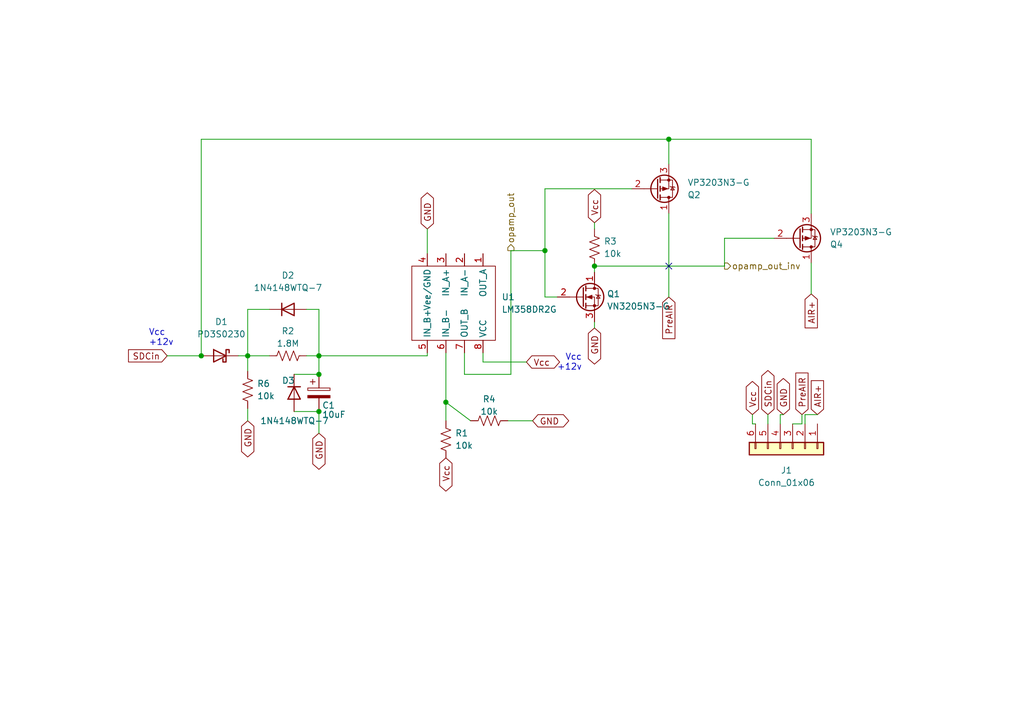
<source format=kicad_sch>
(kicad_sch (version 20231120) (generator "eeschema") (generator_version "8.0")
  (paper "A5")
  (lib_symbols
    (symbol "Amplifier_Operational:LM358_whole_unit"
      (property "Reference" "U" (at 0 0 0))
      (symbol "LM358_whole_unit_0_1"
        (rectangle (start -1.905 18.415) (end 13.335 1.27))
      )
      (symbol "LM358_whole_unit_1_1"
        (pin output line (at -4.445 15.875 0) (length 2.54) (name "OUT_A") (number "1"))
        (pin power_in line (at -4.445 12.065 0) (length 2.54) (name "IN_A-") (number "2"))
        (pin power_in line (at -4.445 8.255 0) (length 2.54) (name "IN_A+") (number "3"))
        (pin bidirectional line (at -4.445 4.445 0) (length 2.54) (name "Vee/GND") (number "4"))
        (pin power_in line (at 15.875 4.445 180) (length 2.54) (name "IN_B+") (number "5"))
        (pin power_in line (at 15.875 8.255 180) (length 2.54) (name "IN_B-") (number "6"))
        (pin output line (at 15.875 12.065 180) (length 2.54) (name "OUT_B") (number "7"))
        (pin power_in line (at 15.875 15.875 180) (length 2.54) (name "VCC") (number "8"))
      )
    )
    (symbol "Connector_Generic:Conn_01x06" (pin_names (offset 1.016) hide)
      (property "Reference" "J" (at 0 7.62 0))
      (property "Value" "Conn_01x06" (at 0 -10.16 0))
      (symbol "Conn_01x06_1_1"
        (rectangle (start -1.27 -7.493) (end 0 -7.747) (stroke (width 0.1524)))
        (rectangle (start -1.27 -4.953) (end 0 -5.207) (stroke (width 0.1524)))
        (rectangle (start -1.27 -2.413) (end 0 -2.667) (stroke (width 0.1524)))
        (rectangle (start -1.27 0.127) (end 0 -0.127) (stroke (width 0.1524)))
        (rectangle (start -1.27 2.667) (end 0 2.413) (stroke (width 0.1524)))
        (rectangle (start -1.27 5.207) (end 0 4.953) (stroke (width 0.1524)))
        (rectangle (start -1.27 6.35) (end 1.27 -8.89) (stroke (width 0.254)) (fill (type background)))
        (pin passive line (at -5.08 5.08 0) (length 3.81) (name "Pin_1") (number "1"))
        (pin passive line (at -5.08 2.54 0) (length 3.81) (name "Pin_2") (number "2"))
        (pin passive line (at -5.08 0 0) (length 3.81) (name "Pin_3") (number "3"))
        (pin passive line (at -5.08 -2.54 0) (length 3.81) (name "Pin_4") (number "4"))
        (pin passive line (at -5.08 -5.08 0) (length 3.81) (name "Pin_5") (number "5"))
        (pin passive line (at -5.08 -7.62 0) (length 3.81) (name "Pin_6") (number "6"))
      )
    )
    (symbol "Device:C_Polarized" (pin_numbers hide) (pin_names (offset 0.254))
      (property "Reference" "C" (at 0.635 2.54 0))
      (property "Value" "C_Polarized" (at 0.635 -2.54 0))
      (symbol "C_Polarized_0_1"
        (rectangle (start -2.286 0.508) (end 2.286 1.016))
        (polyline (pts (xy -1.778 2.286) (xy -0.762 2.286)))
        (polyline (pts (xy -1.27 2.794) (xy -1.27 1.778)))
        (rectangle (start 2.286 -0.508) (end -2.286 -1.016) (fill (type outline)))
      )
      (symbol "C_Polarized_1_1"
        (pin passive line (at 0 3.81 270) (length 2.794) (name "~") (number "1"))
        (pin passive line (at 0 -3.81 90) (length 2.794) (name "~") (number "2"))
      )
    )
    (symbol "Device:D_Schottky" (pin_numbers hide) (pin_names (offset 1.016) hide)
      (property "Reference" "D" (at 0 2.54 0))
      (property "Value" "D_Schottky" (at 0 -2.54 0))
      (symbol "D_Schottky_0_1"
        (polyline (pts (xy 1.27 0) (xy -1.27 0)))
        (polyline (pts (xy 1.27 1.27) (xy 1.27 -1.27) (xy -1.27 0) (xy 1.27 1.27)) (stroke (width 0.254)))
        (polyline (pts (xy -1.905 0.635) (xy -1.905 1.27) (xy -1.27 1.27) (xy -1.27 -1.27) (xy -0.635 -1.27) (xy -0.635 -0.635)) (stroke (width 0.254)))
      )
      (symbol "D_Schottky_1_1"
        (pin passive line (at -3.81 0 0) (length 2.54) (name "K") (number "1"))
        (pin passive line (at 3.81 0 180) (length 2.54) (name "A") (number "2"))
      )
    )
    (symbol "Device:R_US" (pin_numbers hide) (pin_names (offset 0))
      (property "Reference" "R" (at 2.54 0 90))
      (property "Value" "R_US" (at -2.54 0 90))
      (symbol "R_US_0_1"
        (polyline (pts (xy 0 -2.286) (xy 0 -2.54)))
        (polyline (pts (xy 0 2.286) (xy 0 2.54)))
        (polyline (pts (xy 0 -0.762) (xy 1.016 -1.143) (xy 0 -1.524) (xy -1.016 -1.905) (xy 0 -2.286)))
        (polyline (pts (xy 0 0.762) (xy 1.016 0.381) (xy 0 0) (xy -1.016 -0.381) (xy 0 -0.762)))
        (polyline (pts (xy 0 2.286) (xy 1.016 1.905) (xy 0 1.524) (xy -1.016 1.143) (xy 0 0.762)))
      )
      (symbol "R_US_1_1"
        (pin passive line (at 0 3.81 270) (length 1.27) (name "~") (number "1"))
        (pin passive line (at 0 -3.81 90) (length 1.27) (name "~") (number "2"))
      )
    )
    (symbol "Diode:BAV302" (pin_numbers hide) (pin_names hide)
      (property "Reference" "D" (at 0 2.54 0))
      (property "Value" "BAV302" (at 0 -2.54 0))
      (symbol "BAV302_0_1"
        (polyline (pts (xy -1.27 1.27) (xy -1.27 -1.27)) (stroke (width 0.254)))
        (polyline (pts (xy 1.27 0) (xy -1.27 0)))
        (polyline (pts (xy 1.27 1.27) (xy 1.27 -1.27) (xy -1.27 0) (xy 1.27 1.27)) (stroke (width 0.254)))
      )
      (symbol "BAV302_1_1"
        (pin passive line (at -3.81 0 0) (length 2.54) (name "K") (number "1"))
        (pin passive line (at 3.81 0 180) (length 2.54) (name "A") (number "2"))
      )
    )
    (symbol "Transistor_FET:BS170" (pin_names hide)
      (property "Reference" "Q" (at 5.08 1.905 0))
      (property "Value" "BS170" (at 5.08 0 0))
      (symbol "BS170_0_1"
        (polyline (pts (xy 0.254 0) (xy -2.54 0)))
        (polyline (pts (xy 0.254 1.905) (xy 0.254 -1.905)) (stroke (width 0.254)))
        (polyline (pts (xy 0.762 -1.27) (xy 0.762 -2.286)) (stroke (width 0.254)))
        (polyline (pts (xy 0.762 0.508) (xy 0.762 -0.508)) (stroke (width 0.254)))
        (polyline (pts (xy 0.762 2.286) (xy 0.762 1.27)) (stroke (width 0.254)))
        (polyline (pts (xy 2.54 2.54) (xy 2.54 1.778)))
        (polyline (pts (xy 2.54 -2.54) (xy 2.54 0) (xy 0.762 0)))
        (polyline (pts (xy 0.762 -1.778) (xy 3.302 -1.778) (xy 3.302 1.778) (xy 0.762 1.778)))
        (polyline (pts (xy 1.016 0) (xy 2.032 0.381) (xy 2.032 -0.381) (xy 1.016 0)) (fill (type outline)))
        (polyline (pts (xy 2.794 0.508) (xy 2.921 0.381) (xy 3.683 0.381) (xy 3.81 0.254)))
        (polyline (pts (xy 3.302 0.381) (xy 2.921 -0.254) (xy 3.683 -0.254) (xy 3.302 0.381)))
        (circle (center 1.651 0) (radius 2.794) (stroke (width 0.254)))
        (circle (center 2.54 -1.778) (radius 0.254) (fill (type outline)))
        (circle (center 2.54 1.778) (radius 0.254) (fill (type outline)))
      )
      (symbol "BS170_1_1"
        (pin passive line (at 2.54 5.08 270) (length 2.54) (name "D") (number "1"))
        (pin input line (at -5.08 0 0) (length 2.54) (name "G") (number "2"))
        (pin passive line (at 2.54 -5.08 90) (length 2.54) (name "S") (number "3"))
      )
    )
    (symbol "Transistor_FET:BS250" (pin_names hide)
      (property "Reference" "Q" (at 5.08 1.905 0))
      (property "Value" "BS250" (at 5.08 0 0))
      (symbol "BS250_0_1"
        (polyline (pts (xy 0.254 0) (xy -2.54 0)))
        (polyline (pts (xy 0.254 1.905) (xy 0.254 -1.905)) (stroke (width 0.254)))
        (polyline (pts (xy 0.762 -1.27) (xy 0.762 -2.286)) (stroke (width 0.254)))
        (polyline (pts (xy 0.762 0.508) (xy 0.762 -0.508)) (stroke (width 0.254)))
        (polyline (pts (xy 0.762 2.286) (xy 0.762 1.27)) (stroke (width 0.254)))
        (polyline (pts (xy 2.54 2.54) (xy 2.54 1.778)))
        (polyline (pts (xy 2.54 -2.54) (xy 2.54 0) (xy 0.762 0)))
        (polyline (pts (xy 0.762 1.778) (xy 3.302 1.778) (xy 3.302 -1.778) (xy 0.762 -1.778)))
        (polyline (pts (xy 2.286 0) (xy 1.27 0.381) (xy 1.27 -0.381) (xy 2.286 0)) (fill (type outline)))
        (polyline (pts (xy 2.794 -0.508) (xy 2.921 -0.381) (xy 3.683 -0.381) (xy 3.81 -0.254)))
        (polyline (pts (xy 3.302 -0.381) (xy 2.921 0.254) (xy 3.683 0.254) (xy 3.302 -0.381)))
        (circle (center 1.651 0) (radius 2.794) (stroke (width 0.254)))
        (circle (center 2.54 -1.778) (radius 0.254) (fill (type outline)))
        (circle (center 2.54 1.778) (radius 0.254) (fill (type outline)))
      )
      (symbol "BS250_1_1"
        (pin passive line (at 2.54 5.08 270) (length 2.54) (name "D") (number "1"))
        (pin input line (at -5.08 0 0) (length 2.54) (name "G") (number "2"))
        (pin passive line (at 2.54 -5.08 90) (length 2.54) (name "S") (number "3"))
      )
    )
  )
  (junction (at 65.405 73.025))
  (junction (at 41.275 73.025))
  (junction (at 137.16 28.575))
  (junction (at 91.44 82.55))
  (junction (at 111.76 51.435))
  (junction (at 121.92 54.61))
  (junction (at 65.405 76.835))
  (junction (at 65.405 84.455))
  (junction (at 50.8 73.025))
  (no_connect (at 137.16 54.61))
  (wire (pts (xy 87.63 73.025) (xy 87.63 72.39)))
  (wire (pts (xy 99.06 72.39) (xy 99.06 74.295)))
  (wire (pts (xy 154.305 86.995) (xy 154.94 86.995)))
  (wire (pts (xy 111.76 60.96) (xy 114.3 60.96)))
  (wire (pts (xy 137.16 43.815) (xy 137.16 60.96)))
  (wire (pts (xy 95.25 72.39) (xy 95.25 76.835)))
  (wire (pts (xy 111.76 38.735) (xy 129.54 38.735)))
  (wire (pts (xy 148.59 48.895) (xy 158.75 48.895)))
  (wire (pts (xy 121.92 45.72) (xy 121.92 46.99)))
  (wire (pts (xy 137.16 28.575) (xy 166.37 28.575)))
  (wire (pts (xy 121.92 66.04) (xy 121.92 67.31)))
  (wire (pts (xy 162.56 86.995) (xy 164.465 86.995)))
  (wire (pts (xy 111.76 51.435) (xy 111.76 60.96)))
  (wire (pts (xy 111.76 38.735) (xy 111.76 51.435)))
  (wire (pts (xy 121.92 54.61) (xy 148.59 54.61)))
  (wire (pts (xy 91.44 82.55) (xy 91.44 86.36)))
  (wire (pts (xy 41.275 28.575) (xy 41.275 73.025)))
  (wire (pts (xy 65.405 63.5) (xy 65.405 73.025)))
  (wire (pts (xy 91.44 82.55) (xy 96.52 86.36)))
  (wire (pts (xy 60.325 76.835) (xy 65.405 76.835)))
  (wire (pts (xy 166.37 28.575) (xy 166.37 43.815)))
  (wire (pts (xy 48.895 73.025) (xy 50.8 73.025)))
  (wire (pts (xy 34.29 73.025) (xy 41.275 73.025)))
  (wire (pts (xy 41.275 28.575) (xy 137.16 28.575)))
  (wire (pts (xy 157.48 85.09) (xy 157.48 86.995)))
  (wire (pts (xy 87.63 52.07) (xy 87.63 46.99)))
  (wire (pts (xy 65.405 63.5) (xy 62.865 63.5)))
  (wire (pts (xy 164.465 85.09) (xy 164.465 86.995)))
  (wire (pts (xy 104.775 76.835) (xy 104.775 51.435)))
  (wire (pts (xy 165.1 85.09) (xy 167.64 85.09)))
  (wire (pts (xy 95.25 76.835) (xy 104.775 76.835)))
  (wire (pts (xy 166.37 53.975) (xy 166.37 60.325)))
  (wire (pts (xy 91.44 72.39) (xy 91.44 82.55)))
  (wire (pts (xy 60.325 84.455) (xy 65.405 84.455)))
  (wire (pts (xy 154.305 85.09) (xy 154.305 86.995)))
  (wire (pts (xy 121.92 54.61) (xy 121.92 55.88)))
  (wire (pts (xy 165.1 86.995) (xy 165.1 85.09)))
  (wire (pts (xy 104.775 51.435) (xy 111.76 51.435)))
  (wire (pts (xy 55.245 63.5) (xy 50.8 63.5)))
  (wire (pts (xy 148.59 48.895) (xy 148.59 54.61)))
  (wire (pts (xy 160.02 85.09) (xy 160.655 85.09)))
  (wire (pts (xy 137.16 28.575) (xy 137.16 33.655)))
  (wire (pts (xy 62.865 73.025) (xy 65.405 73.025)))
  (wire (pts (xy 160.02 86.995) (xy 160.02 85.09)))
  (wire (pts (xy 65.405 73.025) (xy 87.63 73.025)))
  (wire (pts (xy 50.8 73.025) (xy 55.245 73.025)))
  (wire (pts (xy 50.8 83.82) (xy 50.8 86.36)))
  (wire (pts (xy 99.06 74.295) (xy 107.95 74.295)))
  (wire (pts (xy 50.8 73.025) (xy 50.8 76.2)))
  (wire (pts (xy 65.405 84.455) (xy 65.405 88.9)))
  (wire (pts (xy 50.8 63.5) (xy 50.8 73.025)))
  (wire (pts (xy 104.14 86.36) (xy 109.22 86.36)))
  (wire (pts (xy 65.405 76.835) (xy 65.405 73.025)))
  (text "Vcc\n+12v\n" (at 119.38 76.2 0) (effects (font (size 1.27 1.27)) (justify right bottom)))
  (text "Vcc\n+12v\n" (at 30.48 71.12 0) (effects (font (size 1.27 1.27)) (justify left bottom)))
  (global_label "Vcc" (shape bidirectional) (at 154.305 85.09 90) (property "Intersheetrefs" "${INTERSHEET_REFS}" (effects (hide yes))))
  (global_label "Vcc" (shape bidirectional) (at 121.92 45.72 90) (property "Intersheetrefs" "${INTERSHEET_REFS}" (effects (hide yes))))
  (global_label "GND" (shape bidirectional) (at 121.92 67.31 270) (property "Intersheetrefs" "${INTERSHEET_REFS}" (effects (hide yes))))
  (global_label "GND" (shape bidirectional) (at 160.655 85.09 90) (property "Intersheetrefs" "${INTERSHEET_REFS}" (effects (hide yes))))
  (global_label "GND" (shape bidirectional) (at 65.405 88.9 270) (property "Intersheetrefs" "${INTERSHEET_REFS}" (effects (hide yes))))
  (global_label "AIR+" (shape input) (at 167.64 85.09 90) (property "Intersheetrefs" "${INTERSHEET_REFS}" (effects (hide yes))))
  (global_label "Vcc" (shape bidirectional) (at 91.44 93.98 270) (property "Intersheetrefs" "${INTERSHEET_REFS}" (effects (hide yes))))
  (global_label "AIR+" (shape input) (at 166.37 60.325 270) (property "Intersheetrefs" "${INTERSHEET_REFS}" (effects (hide yes))))
  (global_label "GND" (shape bidirectional) (at 87.63 46.99 90) (property "Intersheetrefs" "${INTERSHEET_REFS}" (effects (hide yes))))
  (global_label "Vcc" (shape bidirectional) (at 107.95 74.295 0) (property "Intersheetrefs" "${INTERSHEET_REFS}" (effects (hide yes))))
  (global_label "GND" (shape bidirectional) (at 50.8 86.36 270) (property "Intersheetrefs" "${INTERSHEET_REFS}" (effects (hide yes))))
  (global_label "SDCin" (shape input) (at 34.29 73.025 180) (property "Intersheetrefs" "${INTERSHEET_REFS}" (effects (hide yes))))
  (global_label "PreAIR" (shape input) (at 137.16 60.96 270) (property "Intersheetrefs" "${INTERSHEET_REFS}" (effects (hide yes))))
  (global_label "GND" (shape bidirectional) (at 109.22 86.36 0) (property "Intersheetrefs" "${INTERSHEET_REFS}" (effects (hide yes))))
  (global_label "PreAIR" (shape input) (at 164.465 85.09 90) (property "Intersheetrefs" "${INTERSHEET_REFS}" (effects (hide yes))))
  (global_label "SDCin" (shape bidirectional) (at 157.48 85.09 90) (property "Intersheetrefs" "${INTERSHEET_REFS}" (effects (hide yes))))
  (hierarchical_label "opamp_out" (shape output) (at 104.775 51.435 90))
  (hierarchical_label "opamp_out_inv" (shape output) (at 148.59 54.61 0))
  (symbol (lib_id "Diode:BAV302") (at 59.055 63.5 0) (mirror x) (unit 1)
    (property "Reference" "D2" (at 59.055 56.515 0))
    (property "Value" "1N4148WTQ-7" (at 59.055 59.055 0))
    (property "Footprint" "Diode_SMD:D_SOD-523" (effects (hide yes)))
    (property "Datasheet" "https://www.diodes.com/assets/Datasheets/1N4148WT.pdf" (effects (hide yes)))
  )
  (symbol (lib_id "Device:R_US") (at 121.92 50.8 180) (unit 1)
    (property "Reference" "R3" (at 123.825 49.53 0) (effects (justify right)))
    (property "Value" "10k" (at 123.825 52.07 0) (effects (justify right)))
    (property "Footprint" "Resistor_THT:R_Axial_DIN0207_L6.3mm_D2.5mm_P7.62mm_Horizontal" (effects (hide yes)))
  )
  (symbol (lib_id "Device:R_US") (at 50.8 80.01 180) (unit 1)
    (property "Reference" "R6" (at 52.705 78.74 0) (effects (justify right)))
    (property "Value" "10k" (at 52.705 81.28 0) (effects (justify right)))
    (property "Footprint" "Resistor_THT:R_Axial_DIN0207_L6.3mm_D2.5mm_P7.62mm_Horizontal" (effects (hide yes)))
  )
  (symbol (lib_id "Device:D_Schottky") (at 45.085 73.025 0) (mirror y) (unit 1)
    (property "Reference" "D1" (at 45.4025 66.04 0))
    (property "Value" "PD3S0230" (at 45.4025 68.58 0))
    (property "Footprint" "Diode_SMD:D_SOD-110" (effects (hide yes)))
    (property "Datasheet" "https://www.diodes.com/assets/Datasheets/ds30722.pdf" (effects (hide yes)))
  )
  (symbol (lib_id "Transistor_FET:BS250") (at 134.62 38.735 0) (mirror x) (unit 1)
    (property "Reference" "Q2" (at 140.97 40.005 0) (effects (justify left)))
    (property "Value" "VP3203N3-G" (at 140.97 37.465 0) (effects (justify left)))
    (property "Footprint" "Package_TO_SOT_THT:TO-92_Inline" (effects (hide yes)))
    (property "Datasheet" "http://www.vishay.com/docs/70209/70209.pdf" (effects (hide yes)))
  )
  (symbol (lib_id "Device:R_US") (at 100.33 86.36 270) (unit 1)
    (property "Reference" "R4" (at 100.33 81.915 90))
    (property "Value" "10k" (at 100.33 84.455 90))
    (property "Footprint" "Resistor_THT:R_Axial_DIN0207_L6.3mm_D2.5mm_P7.62mm_Horizontal" (effects (hide yes)))
  )
  (symbol (lib_id "Transistor_FET:BS250") (at 163.83 48.895 0) (mirror x) (unit 1)
    (property "Reference" "Q4" (at 170.18 50.165 0) (effects (justify left)))
    (property "Value" "VP3203N3-G" (at 170.18 47.625 0) (effects (justify left)))
    (property "Footprint" "Package_TO_SOT_THT:TO-92_Inline" (effects (hide yes)))
    (property "Datasheet" "http://www.vishay.com/docs/70209/70209.pdf" (effects (hide yes)))
  )
  (symbol (lib_id "Diode:BAV302") (at 60.325 80.645 90) (mirror x) (unit 1)
    (property "Reference" "D3" (at 57.785 78.105 90) (effects (justify right)))
    (property "Value" "1N4148WTQ-7" (at 53.34 86.36 90) (effects (justify right)))
    (property "Footprint" "Diode_SMD:D_SOD-523" (effects (hide yes)))
    (property "Datasheet" "https://www.diodes.com/assets/Datasheets/1N4148WT.pdf" (effects (hide yes)))
  )
  (symbol (lib_id "Device:R_US") (at 91.44 90.17 180) (unit 1)
    (property "Reference" "R1" (at 93.345 88.9 0) (effects (justify right)))
    (property "Value" "10k" (at 93.345 91.44 0) (effects (justify right)))
    (property "Footprint" "Resistor_THT:R_Axial_DIN0207_L6.3mm_D2.5mm_P7.62mm_Horizontal" (effects (hide yes)))
  )
  (symbol (lib_id "Device:C_Polarized") (at 65.405 80.645 0) (unit 1)
    (property "Reference" "C1" (at 66.04 83.185 0) (effects (justify left)))
    (property "Value" "10uF" (at 66.04 85.09 0) (effects (justify left)))
    (property "Footprint" "Capacitor_THT:CP_Radial_D4.0mm_P2.00mm" (effects (hide yes)))
    (property "Datasheet" "https://api.pim.na.industrial.panasonic.com/file_stream/main/fileversion/9127" (effects (hide yes)))
  )
  (symbol (lib_id "Connector_Generic:Conn_01x06") (at 162.56 92.075 270) (unit 1)
    (property "Reference" "J1" (at 161.29 96.52 90))
    (property "Value" "Conn_01x06" (at 161.29 99.06 90))
    (property "Footprint" "Connector_Molex:Molex_Micro-Fit_3.0_43045-0612_2x03_P3.00mm_Vertical" (effects (hide yes)))
  )
  (symbol (lib_id "Amplifier_Operational:LM358_whole_unit") (at 83.185 56.515 270) (unit 1)
    (property "Reference" "U1" (at 102.87 60.9599 90) (effects (justify left)))
    (property "Value" "LM358DR2G" (at 102.87 63.4999 90) (effects (justify left)))
    (property "Footprint" "Package_SO:SOIC-8_3.9x4.9mm_P1.27mm" (effects (hide yes)))
  )
  (symbol (lib_id "Device:R_US") (at 59.055 73.025 270) (unit 1)
    (property "Reference" "R2" (at 59.055 67.945 90))
    (property "Value" "1.8M" (at 59.055 70.485 90))
    (property "Footprint" "Resistor_THT:R_Axial_DIN0207_L6.3mm_D2.5mm_P7.62mm_Horizontal" (effects (hide yes)))
  )
  (symbol (lib_id "Transistor_FET:BS170") (at 119.38 60.96 0) (unit 1)
    (property "Reference" "Q1" (at 124.46 60.325 0) (effects (justify left)))
    (property "Value" "VN3205N3-G" (at 124.46 62.865 0) (effects (justify left)))
    (property "Footprint" "Package_TO_SOT_THT:TO-92_Inline" (effects (hide yes)))
    (property "Datasheet" "https://www.onsemi.com/pub/Collateral/BS170-D.PDF" (effects (hide yes)))
  )
)
</source>
